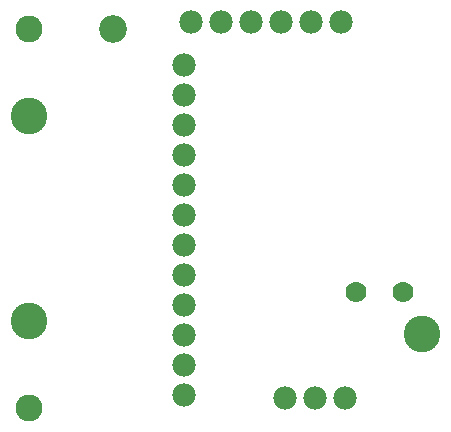
<source format=gbs>
G75*
%MOIN*%
%OFA0B0*%
%FSLAX25Y25*%
%IPPOS*%
%LPD*%
%AMOC8*
5,1,8,0,0,1.08239X$1,22.5*
%
%ADD10C,0.12211*%
%ADD11C,0.07800*%
%ADD12C,0.07000*%
%ADD13C,0.09000*%
%ADD14C,0.09258*%
D10*
X0036933Y0042921D03*
X0036933Y0111110D03*
X0168035Y0038433D03*
D11*
X0142366Y0017173D03*
X0132366Y0017173D03*
X0122366Y0017173D03*
X0088705Y0018315D03*
X0088705Y0028315D03*
X0088705Y0038315D03*
X0088705Y0048315D03*
X0088705Y0058315D03*
X0088705Y0068315D03*
X0088705Y0078315D03*
X0088705Y0088315D03*
X0088705Y0098315D03*
X0088705Y0108315D03*
X0088705Y0118315D03*
X0088705Y0128315D03*
X0090949Y0142646D03*
X0100949Y0142646D03*
X0110949Y0142646D03*
X0120949Y0142646D03*
X0130949Y0142646D03*
X0140949Y0142646D03*
D12*
X0145988Y0052606D03*
X0161736Y0052606D03*
D13*
X0036933Y0013768D03*
X0036933Y0140264D03*
D14*
X0064925Y0140264D03*
M02*

</source>
